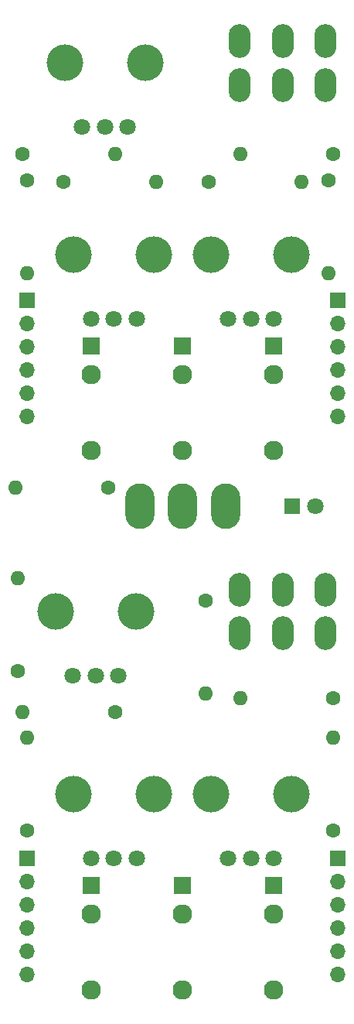
<source format=gts>
G04 #@! TF.GenerationSoftware,KiCad,Pcbnew,(5.1.9)-1*
G04 #@! TF.CreationDate,2021-10-23T20:15:42+01:00*
G04 #@! TF.ProjectId,MS20-VCF,4d533230-2d56-4434-962e-6b696361645f,rev?*
G04 #@! TF.SameCoordinates,Original*
G04 #@! TF.FileFunction,Soldermask,Top*
G04 #@! TF.FilePolarity,Negative*
%FSLAX46Y46*%
G04 Gerber Fmt 4.6, Leading zero omitted, Abs format (unit mm)*
G04 Created by KiCad (PCBNEW (5.1.9)-1) date 2021-10-23 20:15:42*
%MOMM*%
%LPD*%
G01*
G04 APERTURE LIST*
%ADD10C,4.000000*%
%ADD11C,1.800000*%
%ADD12O,1.600000X1.600000*%
%ADD13C,1.600000*%
%ADD14C,2.130000*%
%ADD15R,1.930000X1.830000*%
%ADD16O,1.700000X1.700000*%
%ADD17R,1.700000X1.700000*%
%ADD18O,2.400000X3.700000*%
%ADD19O,3.200000X5.000000*%
%ADD20R,1.800000X1.800000*%
G04 APERTURE END LIST*
D10*
X89900000Y-123000000D03*
X81100000Y-123000000D03*
D11*
X88000000Y-130000000D03*
X85500000Y-130000000D03*
X83000000Y-130000000D03*
D12*
X95500000Y-112000000D03*
D13*
X95500000Y-101840000D03*
D10*
X87900000Y-103000000D03*
X79100000Y-103000000D03*
D11*
X86000000Y-110000000D03*
X83500000Y-110000000D03*
X81000000Y-110000000D03*
D14*
X103000000Y-144400000D03*
D15*
X103000000Y-133000000D03*
D14*
X103000000Y-136100000D03*
X93000000Y-144400000D03*
D15*
X93000000Y-133000000D03*
D14*
X93000000Y-136100000D03*
X83000000Y-144400000D03*
D15*
X83000000Y-133000000D03*
D14*
X83000000Y-136100000D03*
D16*
X110000000Y-142700000D03*
X110000000Y-140160000D03*
X110000000Y-137620000D03*
X110000000Y-135080000D03*
X110000000Y-132540000D03*
D17*
X110000000Y-130000000D03*
D16*
X76000000Y-142700000D03*
X76000000Y-140160000D03*
X76000000Y-137620000D03*
X76000000Y-135080000D03*
X76000000Y-132540000D03*
D17*
X76000000Y-130000000D03*
D14*
X103000000Y-85400000D03*
D15*
X103000000Y-74000000D03*
D14*
X103000000Y-77100000D03*
X93000000Y-85400000D03*
D15*
X93000000Y-74000000D03*
D14*
X93000000Y-77100000D03*
D16*
X110000000Y-81700000D03*
X110000000Y-79160000D03*
X110000000Y-76620000D03*
X110000000Y-74080000D03*
X110000000Y-71540000D03*
D17*
X110000000Y-69000000D03*
D16*
X76000000Y-81700000D03*
X76000000Y-79160000D03*
X76000000Y-76620000D03*
X76000000Y-74080000D03*
X76000000Y-71540000D03*
D17*
X76000000Y-69000000D03*
D18*
X108700000Y-100600000D03*
X104000000Y-100600000D03*
X99300000Y-100600000D03*
X108700000Y-105400000D03*
X104000000Y-105400000D03*
X99300000Y-105400000D03*
D19*
X97700000Y-91500000D03*
X93000000Y-91500000D03*
X88300000Y-91500000D03*
D18*
X108700000Y-40600000D03*
X104000000Y-40600000D03*
X99300000Y-40600000D03*
X108700000Y-45400000D03*
X104000000Y-45400000D03*
X99300000Y-45400000D03*
D10*
X104900000Y-123000000D03*
X96100000Y-123000000D03*
D11*
X103000000Y-130000000D03*
X100500000Y-130000000D03*
X98000000Y-130000000D03*
D10*
X104900000Y-64000000D03*
X96100000Y-64000000D03*
D11*
X103000000Y-71000000D03*
X100500000Y-71000000D03*
X98000000Y-71000000D03*
D12*
X76000000Y-116840000D03*
D13*
X76000000Y-127000000D03*
D12*
X109500000Y-116840000D03*
D13*
X109500000Y-127000000D03*
D12*
X99340000Y-112500000D03*
D13*
X109500000Y-112500000D03*
D12*
X75000000Y-99340000D03*
D13*
X75000000Y-109500000D03*
D12*
X75500000Y-114000000D03*
D13*
X85660000Y-114000000D03*
D12*
X85660000Y-53000000D03*
D13*
X75500000Y-53000000D03*
D12*
X106000000Y-56000000D03*
D13*
X95840000Y-56000000D03*
D12*
X99340000Y-53000000D03*
D13*
X109500000Y-53000000D03*
D12*
X109000000Y-66000000D03*
D13*
X109000000Y-55840000D03*
D12*
X90160000Y-56000000D03*
D13*
X80000000Y-56000000D03*
D12*
X76000000Y-66000000D03*
D13*
X76000000Y-55840000D03*
D12*
X74740000Y-89500000D03*
D13*
X84900000Y-89500000D03*
D14*
X83000000Y-85400000D03*
D15*
X83000000Y-74000000D03*
D14*
X83000000Y-77100000D03*
D11*
X107540000Y-91500000D03*
D20*
X105000000Y-91500000D03*
D10*
X88900000Y-43000000D03*
X80100000Y-43000000D03*
D11*
X87000000Y-50000000D03*
X84500000Y-50000000D03*
X82000000Y-50000000D03*
D10*
X89900000Y-64000000D03*
X81100000Y-64000000D03*
D11*
X88000000Y-71000000D03*
X85500000Y-71000000D03*
X83000000Y-71000000D03*
M02*

</source>
